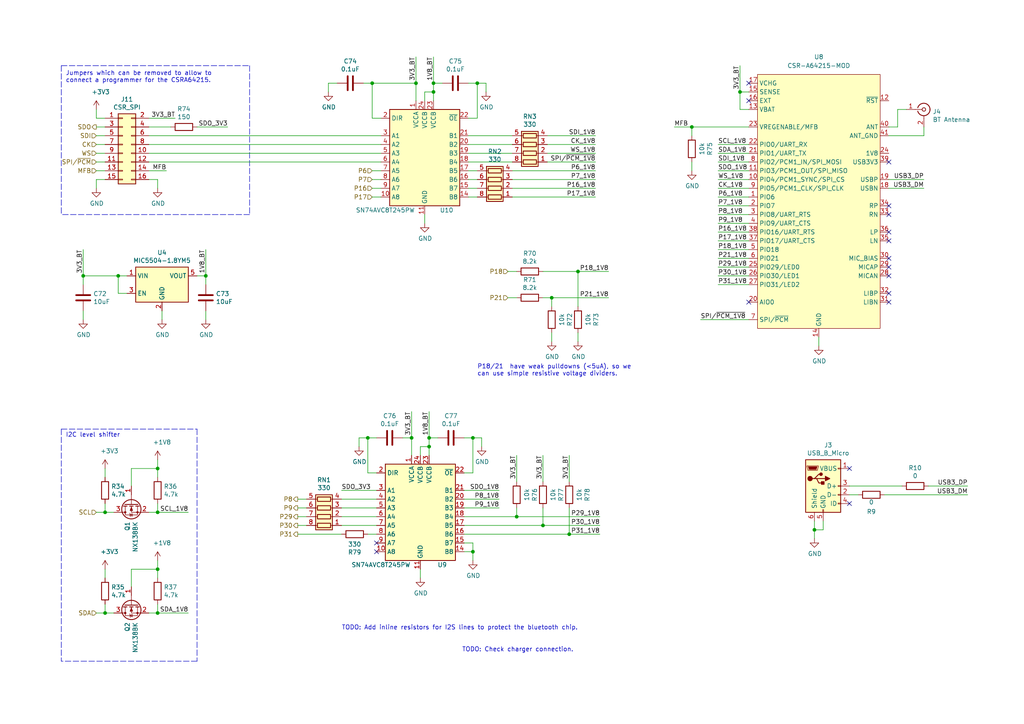
<source format=kicad_sch>
(kicad_sch (version 20201015) (generator eeschema)
  (page 1 7)
  (paper "A4")
  (lib_symbols
    (symbol "Connector:Conn_Coaxial" (pin_names (offset 1.016) hide)
      (property "Reference" "J" (at 0.254 3.048 0))
      (property "Value" "Conn_Coaxial" (at 2.921 0 90))
      (symbol "Conn_Coaxial_0_1"
        (arc (start -1.778 0.508) (end 1.778 0) (radius (at -0.0508 0) (length 1.8034) (angles 163.6 0)) (stroke (width 0.254)))
        (arc (start 1.778 0) (end -1.778 -0.508) (radius (at -0.0254 0) (length 1.8034) (angles 0 -163.8)) (stroke (width 0.254)))
        (circle (center 0 0) (radius 0.508) (stroke (width 0.2032)))
        (polyline (pts (xy -2.54 0) (xy -0.508 0)))
        (polyline (pts (xy 0 -2.54) (xy 0 -1.778)))
      )
      (symbol "Conn_Coaxial_1_1"
        (pin passive line (at -5.08 0 0) (length 2.54) (name "In") (number "1"))
        (pin passive line (at 0 -5.08 90) (length 2.54) (name "Ext") (number "2"))
      )
    )
    (symbol "Connector:USB_B_Micro" (pin_names (offset 1.016))
      (property "Reference" "J" (at -5.08 11.43 0))
      (property "Value" "USB_B_Micro" (at -5.08 8.89 0))
      (symbol "USB_B_Micro_0_1"
        (circle (center -3.81 2.159) (radius 0.635) (stroke (width 0.254)) (fill (type outline)))
        (circle (center -0.635 3.429) (radius 0.381) (stroke (width 0.254)) (fill (type outline)))
        (rectangle (start -5.08 -7.62) (end 5.08 7.62) (stroke (width 0.254)) (fill (type background)))
        (rectangle (start -0.127 -7.62) (end 0.127 -6.858))
        (rectangle (start 0.254 1.27) (end -0.508 0.508) (stroke (width 0.254)) (fill (type outline)))
        (rectangle (start 5.08 -5.207) (end 4.318 -4.953))
        (rectangle (start 5.08 -2.667) (end 4.318 -2.413))
        (rectangle (start 5.08 -0.127) (end 4.318 0.127))
        (rectangle (start 5.08 4.953) (end 4.318 5.207))
        (polyline (pts (xy -1.905 2.159) (xy 0.635 2.159)) (stroke (width 0.254)))
        (polyline (pts (xy -3.175 2.159) (xy -2.54 2.159) (xy -1.27 3.429) (xy -0.635 3.429)) (stroke (width 0.254)))
        (polyline (pts (xy -2.54 2.159) (xy -1.905 2.159) (xy -1.27 0.889) (xy 0 0.889)) (stroke (width 0.254)))
        (polyline (pts (xy 0.635 2.794) (xy 0.635 1.524) (xy 1.905 2.159) (xy 0.635 2.794)) (stroke (width 0.254)) (fill (type outline)))
        (polyline (pts (xy -4.318 5.588) (xy -1.778 5.588) (xy -2.032 4.826) (xy -4.064 4.826) (xy -4.318 5.588)) (fill (type outline)))
        (polyline (pts (xy -4.699 5.842) (xy -4.699 5.588) (xy -4.445 4.826) (xy -4.445 4.572) (xy -1.651 4.572) (xy -1.651 4.826) (xy -1.397 5.588) (xy -1.397 5.842) (xy -4.699 5.842)))
      )
      (symbol "USB_B_Micro_1_1"
        (pin power_out line (at 7.62 5.08 180) (length 2.54) (name "VBUS") (number "1"))
        (pin bidirectional line (at 7.62 -2.54 180) (length 2.54) (name "D-") (number "2"))
        (pin bidirectional line (at 7.62 0 180) (length 2.54) (name "D+") (number "3"))
        (pin passive line (at 7.62 -5.08 180) (length 2.54) (name "ID") (number "4"))
        (pin power_out line (at 0 -10.16 90) (length 2.54) (name "GND") (number "5"))
        (pin passive line (at -2.54 -10.16 90) (length 2.54) (name "Shield") (number "6"))
      )
    )
    (symbol "Connector_Generic:Conn_02x08_Odd_Even" (pin_names (offset 1.016) hide)
      (property "Reference" "J" (at 1.27 10.16 0))
      (property "Value" "Conn_02x08_Odd_Even" (at 1.27 -12.7 0))
      (symbol "Conn_02x08_Odd_Even_1_1"
        (rectangle (start -1.27 -4.953) (end 0 -5.207) (stroke (width 0.1524)))
        (rectangle (start -1.27 -7.493) (end 0 -7.747) (stroke (width 0.1524)))
        (rectangle (start -1.27 -10.033) (end 0 -10.287) (stroke (width 0.1524)))
        (rectangle (start -1.27 -2.413) (end 0 -2.667) (stroke (width 0.1524)))
        (rectangle (start -1.27 2.667) (end 0 2.413) (stroke (width 0.1524)))
        (rectangle (start -1.27 5.207) (end 0 4.953) (stroke (width 0.1524)))
        (rectangle (start -1.27 7.747) (end 0 7.493) (stroke (width 0.1524)))
        (rectangle (start -1.27 8.89) (end 3.81 -11.43) (stroke (width 0.254)) (fill (type background)))
        (rectangle (start -1.27 0.127) (end 0 -0.127) (stroke (width 0.1524)))
        (rectangle (start 3.81 -4.953) (end 2.54 -5.207) (stroke (width 0.1524)))
        (rectangle (start 3.81 -7.493) (end 2.54 -7.747) (stroke (width 0.1524)))
        (rectangle (start 3.81 -10.033) (end 2.54 -10.287) (stroke (width 0.1524)))
        (rectangle (start 3.81 -2.413) (end 2.54 -2.667) (stroke (width 0.1524)))
        (rectangle (start 3.81 2.667) (end 2.54 2.413) (stroke (width 0.1524)))
        (rectangle (start 3.81 5.207) (end 2.54 4.953) (stroke (width 0.1524)))
        (rectangle (start 3.81 7.747) (end 2.54 7.493) (stroke (width 0.1524)))
        (rectangle (start 3.81 0.127) (end 2.54 -0.127) (stroke (width 0.1524)))
        (pin passive line (at -5.08 7.62 0) (length 3.81) (name "Pin_1") (number "1"))
        (pin passive line (at 7.62 -2.54 180) (length 3.81) (name "Pin_10") (number "10"))
        (pin passive line (at -5.08 -5.08 0) (length 3.81) (name "Pin_11") (number "11"))
        (pin passive line (at 7.62 -5.08 180) (length 3.81) (name "Pin_12") (number "12"))
        (pin passive line (at -5.08 -7.62 0) (length 3.81) (name "Pin_13") (number "13"))
        (pin passive line (at 7.62 -7.62 180) (length 3.81) (name "Pin_14") (number "14"))
        (pin passive line (at -5.08 -10.16 0) (length 3.81) (name "Pin_15") (number "15"))
        (pin passive line (at 7.62 -10.16 180) (length 3.81) (name "Pin_16") (number "16"))
        (pin passive line (at 7.62 7.62 180) (length 3.81) (name "Pin_2") (number "2"))
        (pin passive line (at -5.08 5.08 0) (length 3.81) (name "Pin_3") (number "3"))
        (pin passive line (at 7.62 5.08 180) (length 3.81) (name "Pin_4") (number "4"))
        (pin passive line (at -5.08 2.54 0) (length 3.81) (name "Pin_5") (number "5"))
        (pin passive line (at 7.62 2.54 180) (length 3.81) (name "Pin_6") (number "6"))
        (pin passive line (at -5.08 0 0) (length 3.81) (name "Pin_7") (number "7"))
        (pin passive line (at 7.62 0 180) (length 3.81) (name "Pin_8") (number "8"))
        (pin passive line (at -5.08 -2.54 0) (length 3.81) (name "Pin_9") (number "9"))
      )
    )
    (symbol "Device:C" (pin_numbers hide) (pin_names (offset 0.254))
      (property "Reference" "C" (at 0.635 2.54 0))
      (property "Value" "C" (at 0.635 -2.54 0))
      (symbol "C_0_1"
        (polyline (pts (xy -2.032 -0.762) (xy 2.032 -0.762)) (stroke (width 0.508)))
        (polyline (pts (xy -2.032 0.762) (xy 2.032 0.762)) (stroke (width 0.508)))
      )
      (symbol "C_1_1"
        (pin passive line (at 0 3.81 270) (length 2.794) (name "~") (number "1"))
        (pin passive line (at 0 -3.81 90) (length 2.794) (name "~") (number "2"))
      )
    )
    (symbol "Device:R" (pin_numbers hide) (pin_names (offset 0))
      (property "Reference" "R" (at 2.032 0 90))
      (property "Value" "R" (at 0 0 90))
      (symbol "R_0_1"
        (rectangle (start -1.016 -2.54) (end 1.016 2.54) (stroke (width 0.254)))
      )
      (symbol "R_1_1"
        (pin passive line (at 0 3.81 270) (length 1.27) (name "~") (number "1"))
        (pin passive line (at 0 -3.81 90) (length 1.27) (name "~") (number "2"))
      )
    )
    (symbol "Device:R_Pack04" (pin_names (offset 0) hide)
      (property "Reference" "RN" (at -7.62 0 90))
      (property "Value" "R_Pack04" (at 5.08 0 90))
      (symbol "R_Pack04_0_1"
        (rectangle (start -6.35 -2.413) (end 3.81 2.413) (stroke (width 0.254)) (fill (type background)))
        (rectangle (start -5.715 1.905) (end -4.445 -1.905) (stroke (width 0.254)))
        (rectangle (start -3.175 1.905) (end -1.905 -1.905) (stroke (width 0.254)))
        (rectangle (start -0.635 1.905) (end 0.635 -1.905) (stroke (width 0.254)))
        (rectangle (start 1.905 1.905) (end 3.175 -1.905) (stroke (width 0.254)))
        (polyline (pts (xy -5.08 -2.54) (xy -5.08 -1.905)))
        (polyline (pts (xy -5.08 1.905) (xy -5.08 2.54)))
        (polyline (pts (xy -2.54 -2.54) (xy -2.54 -1.905)))
        (polyline (pts (xy -2.54 1.905) (xy -2.54 2.54)))
        (polyline (pts (xy 0 -2.54) (xy 0 -1.905)))
        (polyline (pts (xy 0 1.905) (xy 0 2.54)))
        (polyline (pts (xy 2.54 -2.54) (xy 2.54 -1.905)))
        (polyline (pts (xy 2.54 1.905) (xy 2.54 2.54)))
      )
      (symbol "R_Pack04_1_1"
        (pin passive line (at -5.08 -5.08 90) (length 2.54) (name "R1.1") (number "1"))
        (pin passive line (at -2.54 -5.08 90) (length 2.54) (name "R2.1") (number "2"))
        (pin passive line (at 0 -5.08 90) (length 2.54) (name "R3.1") (number "3"))
        (pin passive line (at 2.54 -5.08 90) (length 2.54) (name "R4.1") (number "4"))
        (pin passive line (at 2.54 5.08 270) (length 2.54) (name "R4.2") (number "5"))
        (pin passive line (at 0 5.08 270) (length 2.54) (name "R3.2") (number "6"))
        (pin passive line (at -2.54 5.08 270) (length 2.54) (name "R2.2") (number "7"))
        (pin passive line (at -5.08 5.08 270) (length 2.54) (name "R1.2") (number "8"))
      )
    )
    (symbol "HackAmp-Symbols:CSR-A64215-MOD"
      (property "Reference" "U" (at -15.24 39.37 0))
      (property "Value" "CSR-A64215-MOD" (at 8.89 39.37 0))
      (symbol "CSR-A64215-MOD_0_1"
        (rectangle (start -17.78 38.1) (end 17.78 -35.56) (fill (type background)))
      )
      (symbol "CSR-A64215-MOD_1_1"
        (pin bidirectional line (at -20.32 2.54 0) (length 2.54) (name "PIO6") (number "1"))
        (pin bidirectional line (at -20.32 0 0) (length 2.54) (name "PIO7") (number "2"))
        (pin bidirectional line (at -20.32 -2.54 0) (length 2.54) (name "PIO8/UART_RTS") (number "3"))
        (pin bidirectional line (at -20.32 -5.08 0) (length 2.54) (name "PIO9/UART_CTS") (number "4"))
        (pin bidirectional line (at -20.32 -12.7 0) (length 2.54) (name "PIO18") (number "5"))
        (pin bidirectional line (at -20.32 -15.24 0) (length 2.54) (name "PIO21") (number "6"))
        (pin input line (at -20.32 -33.02 0) (length 2.54) (name "SPI/~PCM") (number "7"))
        (pin bidirectional line (at -20.32 12.7 0) (length 2.54) (name "PIO2/PCM1_IN/SPI_MOSI") (number "8"))
        (pin bidirectional line (at -20.32 5.08 0) (length 2.54) (name "PIO5/PCM1_CLK/SPI_CLK") (number "9"))
        (pin bidirectional line (at -20.32 7.62 0) (length 2.54) (name "PIO4/PCM1_SYNC/SPI_CS") (number "10"))
        (pin bidirectional line (at -20.32 10.16 0) (length 2.54) (name "PIO3/PCM1_OUT/SPI_MISO") (number "11"))
        (pin input line (at 20.32 30.48 180) (length 2.54) (name "~RST") (number "12"))
        (pin power_in line (at -20.32 27.94 0) (length 2.54) (name "VBAT") (number "13"))
        (pin power_in line (at 0 -38.1 90) (length 2.54) (name "GND") (number "14"))
        (pin bidirectional line (at 20.32 5.08 180) (length 2.54) (name "USBN") (number "18"))
        (pin bidirectional line (at -20.32 22.86 0) (length 2.54) (name "VREGENABLE/MFB") (number "23"))
        (pin power_out line (at 20.32 15.24 180) (length 2.54) (name "1V8") (number "24"))
        (pin output line (at -20.32 -17.78 0) (length 2.54) (name "PIO29/LED0") (number "25"))
        (pin output line (at -20.32 -20.32 0) (length 2.54) (name "PIO30/LED1") (number "26"))
        (pin output line (at -20.32 -22.86 0) (length 2.54) (name "PIO31/LED2") (number "27"))
        (pin bidirectional line (at 20.32 -20.32 180) (length 2.54) (name "MICAN") (number "28"))
        (pin bidirectional line (at 20.32 -17.78 180) (length 2.54) (name "MICAP") (number "29"))
        (pin bidirectional line (at 20.32 -15.24 180) (length 2.54) (name "MIC_BIAS") (number "30"))
        (pin bidirectional line (at 20.32 -27.94 180) (length 2.54) (name "LIBN") (number "31"))
        (pin bidirectional line (at 20.32 -25.4 180) (length 2.54) (name "LIBP") (number "32"))
        (pin bidirectional line (at 20.32 -2.54 180) (length 2.54) (name "RN") (number "33"))
        (pin bidirectional line (at 20.32 0 180) (length 2.54) (name "RP") (number "34"))
        (pin bidirectional line (at 20.32 -10.16 180) (length 2.54) (name "LN") (number "35"))
        (pin bidirectional line (at 20.32 -7.62 180) (length 2.54) (name "LP") (number "36"))
        (pin bidirectional line (at -20.32 -10.16 0) (length 2.54) (name "PIO17/UART_CTS") (number "37"))
        (pin bidirectional line (at -20.32 -7.62 0) (length 2.54) (name "PIO16/UART_RTS") (number "38"))
        (pin power_out line (at 20.32 12.7 180) (length 2.54) (name "USB3V3") (number "39"))
        (pin passive line (at 20.32 22.86 180) (length 2.54) (name "ANT") (number "40"))
        (pin passive line (at 20.32 20.32 180) (length 2.54) (name "ANT_GND") (number "41"))
        (pin power_in line (at -20.32 35.56 0) (length 2.54) (name "VCHG") (number "17"))
        (pin output line (at -20.32 30.48 0) (length 2.54) (name "EXT") (number "16"))
        (pin input line (at -20.32 33.02 0) (length 2.54) (name "SENSE") (number "15"))
        (pin bidirectional line (at 20.32 7.62 180) (length 2.54) (name "USBP") (number "19"))
        (pin power_in line (at -20.32 -27.94 0) (length 2.54) (name "AIO0") (number "20"))
        (pin bidirectional line (at -20.32 15.24 0) (length 2.54) (name "PIO1/UART_TX") (number "21"))
        (pin bidirectional line (at -20.32 17.78 0) (length 2.54) (name "PIO0/UART_RX") (number "22"))
      )
    )
    (symbol "Logic_LevelTranslator:SN74AVC8T245PW"
      (property "Reference" "U" (at -8.89 13.97 0))
      (property "Value" "SN74AVC8T245PW" (at 12.7 13.97 0))
      (symbol "SN74AVC8T245PW_0_1"
        (rectangle (start -10.16 12.7) (end 10.16 -15.24) (stroke (width 0.254)) (fill (type background)))
      )
      (symbol "SN74AVC8T245PW_1_1"
        (pin power_in line (at -2.54 15.24 270) (length 2.54) (name "VCCA") (number "1"))
        (pin bidirectional line (at -12.7 -12.7 0) (length 2.54) (name "A8") (number "10"))
        (pin power_in line (at 0 -17.78 90) (length 2.54) (name "GND") (number "11"))
        (pin passive line (at 0 -17.78 90) (length 2.54) hide (name "GND") (number "12"))
        (pin passive line (at 0 -17.78 90) (length 2.54) hide (name "GND") (number "13"))
        (pin bidirectional line (at 12.7 -12.7 180) (length 2.54) (name "B8") (number "14"))
        (pin bidirectional line (at 12.7 -10.16 180) (length 2.54) (name "B7") (number "15"))
        (pin bidirectional line (at 12.7 -7.62 180) (length 2.54) (name "B6") (number "16"))
        (pin bidirectional line (at 12.7 -5.08 180) (length 2.54) (name "B5") (number "17"))
        (pin bidirectional line (at 12.7 -2.54 180) (length 2.54) (name "B4") (number "18"))
        (pin bidirectional line (at 12.7 0 180) (length 2.54) (name "B3") (number "19"))
        (pin input line (at -12.7 10.16 0) (length 2.54) (name "DIR") (number "2"))
        (pin bidirectional line (at 12.7 2.54 180) (length 2.54) (name "B2") (number "20"))
        (pin bidirectional line (at 12.7 5.08 180) (length 2.54) (name "B1") (number "21"))
        (pin input line (at 12.7 10.16 180) (length 2.54) (name "~OE") (number "22"))
        (pin power_in line (at 2.54 15.24 270) (length 2.54) (name "VCCB") (number "23"))
        (pin power_in line (at 0 15.24 270) (length 2.54) (name "VCCB") (number "24"))
        (pin bidirectional line (at -12.7 5.08 0) (length 2.54) (name "A1") (number "3"))
        (pin bidirectional line (at -12.7 2.54 0) (length 2.54) (name "A2") (number "4"))
        (pin bidirectional line (at -12.7 0 0) (length 2.54) (name "A3") (number "5"))
        (pin bidirectional line (at -12.7 -2.54 0) (length 2.54) (name "A4") (number "6"))
        (pin bidirectional line (at -12.7 -5.08 0) (length 2.54) (name "A5") (number "7"))
        (pin bidirectional line (at -12.7 -7.62 0) (length 2.54) (name "A6") (number "8"))
        (pin bidirectional line (at -12.7 -10.16 0) (length 2.54) (name "A7") (number "9"))
      )
    )
    (symbol "Regulator_Linear:MIC5504-1.8YM5"
      (property "Reference" "U" (at -7.62 8.89 0))
      (property "Value" "MIC5504-1.8YM5" (at -7.62 6.35 0))
      (symbol "MIC5504-1.8YM5_0_1"
        (rectangle (start -7.62 -5.08) (end 7.62 5.08) (stroke (width 0.254)) (fill (type background)))
      )
      (symbol "MIC5504-1.8YM5_1_1"
        (pin power_in line (at -10.16 2.54 0) (length 2.54) (name "VIN") (number "1"))
        (pin power_in line (at 0 -7.62 90) (length 2.54) (name "GND") (number "2"))
        (pin input line (at -10.16 -2.54 0) (length 2.54) (name "EN") (number "3"))
        (pin unconnected line (at 7.62 -2.54 180) (length 2.54) hide (name "NC") (number "4"))
        (pin power_out line (at 10.16 2.54 180) (length 2.54) (name "VOUT") (number "5"))
      )
    )
    (symbol "Transistor_FET:BSS138" (pin_names hide)
      (property "Reference" "Q" (at 5.08 1.905 0))
      (property "Value" "BSS138" (at 5.08 0 0))
      (symbol "BSS138_0_1"
        (circle (center 1.651 0) (radius 2.794) (stroke (width 0.254)))
        (circle (center 2.54 -1.778) (radius 0.254) (fill (type outline)))
        (circle (center 2.54 1.778) (radius 0.254) (fill (type outline)))
        (polyline (pts (xy 0.254 0) (xy -2.54 0)))
        (polyline (pts (xy 0.254 1.905) (xy 0.254 -1.905)) (stroke (width 0.254)))
        (polyline (pts (xy 0.762 -1.27) (xy 0.762 -2.286)) (stroke (width 0.254)))
        (polyline (pts (xy 0.762 0.508) (xy 0.762 -0.508)) (stroke (width 0.254)))
        (polyline (pts (xy 0.762 2.286) (xy 0.762 1.27)) (stroke (width 0.254)))
        (polyline (pts (xy 2.54 2.54) (xy 2.54 1.778)))
        (polyline (pts (xy 2.54 -2.54) (xy 2.54 0) (xy 0.762 0)))
        (polyline (pts (xy 0.762 -1.778) (xy 3.302 -1.778) (xy 3.302 1.778) (xy 0.762 1.778)))
        (polyline (pts (xy 1.016 0) (xy 2.032 0.381) (xy 2.032 -0.381) (xy 1.016 0)) (fill (type outline)))
        (polyline (pts (xy 2.794 0.508) (xy 2.921 0.381) (xy 3.683 0.381) (xy 3.81 0.254)))
        (polyline (pts (xy 3.302 0.381) (xy 2.921 -0.254) (xy 3.683 -0.254) (xy 3.302 0.381)))
      )
      (symbol "BSS138_1_1"
        (pin input line (at -5.08 0 0) (length 2.54) (name "G") (number "1"))
        (pin passive line (at 2.54 -5.08 90) (length 2.54) (name "S") (number "2"))
        (pin passive line (at 2.54 5.08 270) (length 2.54) (name "D") (number "3"))
      )
    )
    (symbol "power:+1V8" (power) (pin_names (offset 0))
      (property "Value" "+1V8" (at 0 3.556 0))
      (symbol "+1V8_0_1"
        (polyline (pts (xy -0.762 1.27) (xy 0 2.54)))
        (polyline (pts (xy 0 0) (xy 0 2.54)))
        (polyline (pts (xy 0 2.54) (xy 0.762 1.27)))
      )
      (symbol "+1V8_1_1"
        (pin power_in line (at 0 0 90) (length 0) hide (name "+1V8") (number "1"))
      )
    )
    (symbol "power:+3V3" (power) (pin_names (offset 0))
      (property "Value" "+3V3" (at 0 3.556 0))
      (symbol "+3V3_0_1"
        (polyline (pts (xy -0.762 1.27) (xy 0 2.54)))
        (polyline (pts (xy 0 0) (xy 0 2.54)))
        (polyline (pts (xy 0 2.54) (xy 0.762 1.27)))
      )
      (symbol "+3V3_1_1"
        (pin power_in line (at 0 0 90) (length 0) hide (name "+3V3") (number "1"))
      )
    )
    (symbol "power:GND" (power) (pin_names (offset 0))
      (property "Value" "GND" (at 0 -3.81 0))
      (symbol "GND_0_1"
        (polyline (pts (xy 0 0) (xy 0 -1.27) (xy 1.27 -1.27) (xy 0 -2.54) (xy -1.27 -1.27) (xy 0 -1.27)))
      )
      (symbol "GND_1_1"
        (pin power_in line (at 0 0 270) (length 0) hide (name "GND") (number "1"))
      )
    )
  )
  (junction (at 24.13 80.01) (diameter 0.9144))
  (junction (at 30.48 148.59) (diameter 0.9144))
  (junction (at 30.48 177.8) (diameter 0.9144))
  (junction (at 34.29 80.01) (diameter 0.9144))
  (junction (at 45.72 135.89) (diameter 0.9144))
  (junction (at 45.72 148.59) (diameter 0.9144))
  (junction (at 45.72 165.1) (diameter 0.9144))
  (junction (at 45.72 177.8) (diameter 0.9144))
  (junction (at 59.69 80.01) (diameter 0.9144))
  (junction (at 106.68 127) (diameter 0.9144))
  (junction (at 107.95 24.13) (diameter 0.9144))
  (junction (at 119.38 127) (diameter 0.9144))
  (junction (at 120.65 24.13) (diameter 0.9144))
  (junction (at 124.46 127) (diameter 0.9144))
  (junction (at 124.46 129.54) (diameter 0.9144))
  (junction (at 125.73 24.13) (diameter 0.9144))
  (junction (at 125.73 26.67) (diameter 0.9144))
  (junction (at 137.16 127) (diameter 0.9144))
  (junction (at 137.16 160.02) (diameter 0.9144))
  (junction (at 138.43 24.13) (diameter 0.9144))
  (junction (at 149.86 149.86) (diameter 0.9144))
  (junction (at 157.48 152.4) (diameter 0.9144))
  (junction (at 160.02 86.36) (diameter 0.9144))
  (junction (at 165.1 154.94) (diameter 0.9144))
  (junction (at 167.64 78.74) (diameter 0.9144))
  (junction (at 200.66 36.83) (diameter 0.9144))
  (junction (at 214.63 26.67) (diameter 0.9144))
  (junction (at 236.22 153.67) (diameter 0.9144))
  (no_connect (at 257.81 74.93))
  (no_connect (at 257.81 69.85))
  (no_connect (at 257.81 62.23))
  (no_connect (at 217.17 24.13))
  (no_connect (at 257.81 80.01))
  (no_connect (at 257.81 87.63))
  (no_connect (at 217.17 29.21))
  (no_connect (at 109.22 157.48))
  (no_connect (at 109.22 160.02))
  (no_connect (at 257.81 67.31))
  (no_connect (at 257.81 85.09))
  (no_connect (at 257.81 77.47))
  (no_connect (at 246.38 146.05))
  (no_connect (at 217.17 87.63))
  (no_connect (at 257.81 59.69))
  (no_connect (at 257.81 46.99))
  (no_connect (at 246.38 135.89))
  (wire (pts (xy 24.13 72.39) (xy 24.13 80.01)))
  (wire (pts (xy 24.13 80.01) (xy 24.13 82.55)))
  (wire (pts (xy 24.13 90.17) (xy 24.13 92.71)))
  (wire (pts (xy 27.94 34.29) (xy 27.94 31.75)))
  (wire (pts (xy 27.94 36.83) (xy 30.48 36.83)))
  (wire (pts (xy 27.94 39.37) (xy 30.48 39.37)))
  (wire (pts (xy 27.94 41.91) (xy 30.48 41.91)))
  (wire (pts (xy 27.94 44.45) (xy 30.48 44.45)))
  (wire (pts (xy 27.94 46.99) (xy 30.48 46.99)))
  (wire (pts (xy 27.94 49.53) (xy 30.48 49.53)))
  (wire (pts (xy 27.94 52.07) (xy 27.94 54.61)))
  (wire (pts (xy 27.94 148.59) (xy 30.48 148.59)))
  (wire (pts (xy 27.94 177.8) (xy 30.48 177.8)))
  (wire (pts (xy 30.48 34.29) (xy 27.94 34.29)))
  (wire (pts (xy 30.48 52.07) (xy 27.94 52.07)))
  (wire (pts (xy 30.48 135.89) (xy 30.48 138.43)))
  (wire (pts (xy 30.48 146.05) (xy 30.48 148.59)))
  (wire (pts (xy 30.48 148.59) (xy 33.02 148.59)))
  (wire (pts (xy 30.48 165.1) (xy 30.48 167.64)))
  (wire (pts (xy 30.48 175.26) (xy 30.48 177.8)))
  (wire (pts (xy 30.48 177.8) (xy 33.02 177.8)))
  (wire (pts (xy 34.29 80.01) (xy 24.13 80.01)))
  (wire (pts (xy 34.29 80.01) (xy 36.83 80.01)))
  (wire (pts (xy 34.29 85.09) (xy 34.29 80.01)))
  (wire (pts (xy 36.83 85.09) (xy 34.29 85.09)))
  (wire (pts (xy 38.1 135.89) (xy 38.1 140.97)))
  (wire (pts (xy 38.1 165.1) (xy 38.1 170.18)))
  (wire (pts (xy 43.18 34.29) (xy 50.8 34.29)))
  (wire (pts (xy 43.18 36.83) (xy 49.53 36.83)))
  (wire (pts (xy 43.18 39.37) (xy 110.49 39.37)))
  (wire (pts (xy 43.18 41.91) (xy 110.49 41.91)))
  (wire (pts (xy 43.18 44.45) (xy 110.49 44.45)))
  (wire (pts (xy 43.18 46.99) (xy 110.49 46.99)))
  (wire (pts (xy 43.18 49.53) (xy 48.26 49.53)))
  (wire (pts (xy 43.18 52.07) (xy 45.72 52.07)))
  (wire (pts (xy 45.72 52.07) (xy 45.72 54.61)))
  (wire (pts (xy 45.72 133.35) (xy 45.72 135.89)))
  (wire (pts (xy 45.72 135.89) (xy 38.1 135.89)))
  (wire (pts (xy 45.72 135.89) (xy 45.72 138.43)))
  (wire (pts (xy 45.72 146.05) (xy 45.72 148.59)))
  (wire (pts (xy 45.72 148.59) (xy 43.18 148.59)))
  (wire (pts (xy 45.72 148.59) (xy 54.61 148.59)))
  (wire (pts (xy 45.72 162.56) (xy 45.72 165.1)))
  (wire (pts (xy 45.72 165.1) (xy 38.1 165.1)))
  (wire (pts (xy 45.72 165.1) (xy 45.72 167.64)))
  (wire (pts (xy 45.72 175.26) (xy 45.72 177.8)))
  (wire (pts (xy 45.72 177.8) (xy 43.18 177.8)))
  (wire (pts (xy 45.72 177.8) (xy 54.61 177.8)))
  (wire (pts (xy 46.99 90.17) (xy 46.99 92.71)))
  (wire (pts (xy 57.15 36.83) (xy 66.04 36.83)))
  (wire (pts (xy 57.15 80.01) (xy 59.69 80.01)))
  (wire (pts (xy 59.69 72.39) (xy 59.69 80.01)))
  (wire (pts (xy 59.69 80.01) (xy 59.69 82.55)))
  (wire (pts (xy 59.69 90.17) (xy 59.69 92.71)))
  (wire (pts (xy 86.36 144.78) (xy 88.9 144.78)))
  (wire (pts (xy 86.36 147.32) (xy 88.9 147.32)))
  (wire (pts (xy 86.36 149.86) (xy 88.9 149.86)))
  (wire (pts (xy 86.36 152.4) (xy 88.9 152.4)))
  (wire (pts (xy 86.36 154.94) (xy 99.06 154.94)))
  (wire (pts (xy 95.25 24.13) (xy 95.25 26.67)))
  (wire (pts (xy 97.79 24.13) (xy 95.25 24.13)))
  (wire (pts (xy 99.06 142.24) (xy 109.22 142.24)))
  (wire (pts (xy 99.06 144.78) (xy 109.22 144.78)))
  (wire (pts (xy 99.06 147.32) (xy 109.22 147.32)))
  (wire (pts (xy 99.06 149.86) (xy 109.22 149.86)))
  (wire (pts (xy 99.06 152.4) (xy 109.22 152.4)))
  (wire (pts (xy 104.14 127) (xy 104.14 129.54)))
  (wire (pts (xy 105.41 24.13) (xy 107.95 24.13)))
  (wire (pts (xy 106.68 127) (xy 104.14 127)))
  (wire (pts (xy 106.68 137.16) (xy 106.68 127)))
  (wire (pts (xy 106.68 154.94) (xy 109.22 154.94)))
  (wire (pts (xy 107.95 24.13) (xy 120.65 24.13)))
  (wire (pts (xy 107.95 34.29) (xy 107.95 24.13)))
  (wire (pts (xy 107.95 49.53) (xy 110.49 49.53)))
  (wire (pts (xy 107.95 52.07) (xy 110.49 52.07)))
  (wire (pts (xy 107.95 54.61) (xy 110.49 54.61)))
  (wire (pts (xy 107.95 57.15) (xy 110.49 57.15)))
  (wire (pts (xy 109.22 127) (xy 106.68 127)))
  (wire (pts (xy 109.22 137.16) (xy 106.68 137.16)))
  (wire (pts (xy 110.49 34.29) (xy 107.95 34.29)))
  (wire (pts (xy 116.84 127) (xy 119.38 127)))
  (wire (pts (xy 119.38 119.38) (xy 119.38 127)))
  (wire (pts (xy 119.38 127) (xy 119.38 132.08)))
  (wire (pts (xy 120.65 16.51) (xy 120.65 24.13)))
  (wire (pts (xy 120.65 24.13) (xy 120.65 29.21)))
  (wire (pts (xy 121.92 129.54) (xy 124.46 129.54)))
  (wire (pts (xy 121.92 132.08) (xy 121.92 129.54)))
  (wire (pts (xy 121.92 165.1) (xy 121.92 167.64)))
  (wire (pts (xy 123.19 26.67) (xy 125.73 26.67)))
  (wire (pts (xy 123.19 29.21) (xy 123.19 26.67)))
  (wire (pts (xy 123.19 62.23) (xy 123.19 64.77)))
  (wire (pts (xy 124.46 119.38) (xy 124.46 127)))
  (wire (pts (xy 124.46 127) (xy 124.46 129.54)))
  (wire (pts (xy 124.46 127) (xy 127 127)))
  (wire (pts (xy 124.46 129.54) (xy 124.46 132.08)))
  (wire (pts (xy 125.73 16.51) (xy 125.73 24.13)))
  (wire (pts (xy 125.73 24.13) (xy 125.73 26.67)))
  (wire (pts (xy 125.73 24.13) (xy 128.27 24.13)))
  (wire (pts (xy 125.73 26.67) (xy 125.73 29.21)))
  (wire (pts (xy 134.62 127) (xy 137.16 127)))
  (wire (pts (xy 134.62 137.16) (xy 137.16 137.16)))
  (wire (pts (xy 134.62 142.24) (xy 144.78 142.24)))
  (wire (pts (xy 134.62 144.78) (xy 144.78 144.78)))
  (wire (pts (xy 134.62 147.32) (xy 144.78 147.32)))
  (wire (pts (xy 134.62 149.86) (xy 149.86 149.86)))
  (wire (pts (xy 134.62 152.4) (xy 157.48 152.4)))
  (wire (pts (xy 134.62 154.94) (xy 165.1 154.94)))
  (wire (pts (xy 134.62 157.48) (xy 137.16 157.48)))
  (wire (pts (xy 134.62 160.02) (xy 137.16 160.02)))
  (wire (pts (xy 135.89 24.13) (xy 138.43 24.13)))
  (wire (pts (xy 135.89 34.29) (xy 138.43 34.29)))
  (wire (pts (xy 135.89 39.37) (xy 148.59 39.37)))
  (wire (pts (xy 135.89 41.91) (xy 148.59 41.91)))
  (wire (pts (xy 135.89 44.45) (xy 148.59 44.45)))
  (wire (pts (xy 135.89 46.99) (xy 148.59 46.99)))
  (wire (pts (xy 135.89 49.53) (xy 138.43 49.53)))
  (wire (pts (xy 135.89 52.07) (xy 138.43 52.07)))
  (wire (pts (xy 135.89 54.61) (xy 138.43 54.61)))
  (wire (pts (xy 135.89 57.15) (xy 138.43 57.15)))
  (wire (pts (xy 137.16 127) (xy 139.7 127)))
  (wire (pts (xy 137.16 137.16) (xy 137.16 127)))
  (wire (pts (xy 137.16 157.48) (xy 137.16 160.02)))
  (wire (pts (xy 137.16 160.02) (xy 137.16 162.56)))
  (wire (pts (xy 138.43 24.13) (xy 140.97 24.13)))
  (wire (pts (xy 138.43 34.29) (xy 138.43 24.13)))
  (wire (pts (xy 139.7 127) (xy 139.7 129.54)))
  (wire (pts (xy 140.97 24.13) (xy 140.97 26.67)))
  (wire (pts (xy 147.32 78.74) (xy 149.86 78.74)))
  (wire (pts (xy 147.32 86.36) (xy 149.86 86.36)))
  (wire (pts (xy 148.59 49.53) (xy 172.72 49.53)))
  (wire (pts (xy 148.59 52.07) (xy 172.72 52.07)))
  (wire (pts (xy 148.59 54.61) (xy 172.72 54.61)))
  (wire (pts (xy 148.59 57.15) (xy 172.72 57.15)))
  (wire (pts (xy 149.86 132.08) (xy 149.86 139.7)))
  (wire (pts (xy 149.86 149.86) (xy 149.86 147.32)))
  (wire (pts (xy 149.86 149.86) (xy 173.99 149.86)))
  (wire (pts (xy 157.48 78.74) (xy 167.64 78.74)))
  (wire (pts (xy 157.48 86.36) (xy 160.02 86.36)))
  (wire (pts (xy 157.48 132.08) (xy 157.48 139.7)))
  (wire (pts (xy 157.48 152.4) (xy 157.48 147.32)))
  (wire (pts (xy 157.48 152.4) (xy 173.99 152.4)))
  (wire (pts (xy 158.75 39.37) (xy 172.72 39.37)))
  (wire (pts (xy 158.75 41.91) (xy 172.72 41.91)))
  (wire (pts (xy 158.75 44.45) (xy 172.72 44.45)))
  (wire (pts (xy 158.75 46.99) (xy 172.72 46.99)))
  (wire (pts (xy 160.02 86.36) (xy 160.02 88.9)))
  (wire (pts (xy 160.02 86.36) (xy 176.53 86.36)))
  (wire (pts (xy 160.02 96.52) (xy 160.02 99.06)))
  (wire (pts (xy 165.1 132.08) (xy 165.1 139.7)))
  (wire (pts (xy 165.1 154.94) (xy 165.1 147.32)))
  (wire (pts (xy 165.1 154.94) (xy 173.99 154.94)))
  (wire (pts (xy 167.64 78.74) (xy 167.64 88.9)))
  (wire (pts (xy 167.64 78.74) (xy 176.53 78.74)))
  (wire (pts (xy 167.64 96.52) (xy 167.64 99.06)))
  (wire (pts (xy 195.58 36.83) (xy 200.66 36.83)))
  (wire (pts (xy 200.66 36.83) (xy 200.66 39.37)))
  (wire (pts (xy 200.66 46.99) (xy 200.66 49.53)))
  (wire (pts (xy 203.2 92.71) (xy 217.17 92.71)))
  (wire (pts (xy 208.28 41.91) (xy 217.17 41.91)))
  (wire (pts (xy 208.28 44.45) (xy 217.17 44.45)))
  (wire (pts (xy 208.28 46.99) (xy 217.17 46.99)))
  (wire (pts (xy 208.28 49.53) (xy 217.17 49.53)))
  (wire (pts (xy 208.28 52.07) (xy 217.17 52.07)))
  (wire (pts (xy 208.28 54.61) (xy 217.17 54.61)))
  (wire (pts (xy 208.28 57.15) (xy 217.17 57.15)))
  (wire (pts (xy 208.28 59.69) (xy 217.17 59.69)))
  (wire (pts (xy 208.28 62.23) (xy 217.17 62.23)))
  (wire (pts (xy 208.28 64.77) (xy 217.17 64.77)))
  (wire (pts (xy 208.28 67.31) (xy 217.17 67.31)))
  (wire (pts (xy 208.28 69.85) (xy 217.17 69.85)))
  (wire (pts (xy 208.28 72.39) (xy 217.17 72.39)))
  (wire (pts (xy 208.28 74.93) (xy 217.17 74.93)))
  (wire (pts (xy 208.28 77.47) (xy 217.17 77.47)))
  (wire (pts (xy 208.28 80.01) (xy 217.17 80.01)))
  (wire (pts (xy 208.28 82.55) (xy 217.17 82.55)))
  (wire (pts (xy 214.63 19.05) (xy 214.63 26.67)))
  (wire (pts (xy 214.63 26.67) (xy 214.63 31.75)))
  (wire (pts (xy 214.63 26.67) (xy 217.17 26.67)))
  (wire (pts (xy 214.63 31.75) (xy 217.17 31.75)))
  (wire (pts (xy 217.17 36.83) (xy 200.66 36.83)))
  (wire (pts (xy 236.22 151.13) (xy 236.22 153.67)))
  (wire (pts (xy 236.22 153.67) (xy 236.22 156.21)))
  (wire (pts (xy 237.49 97.79) (xy 237.49 100.33)))
  (wire (pts (xy 238.76 151.13) (xy 238.76 153.67)))
  (wire (pts (xy 238.76 153.67) (xy 236.22 153.67)))
  (wire (pts (xy 246.38 143.51) (xy 248.92 143.51)))
  (wire (pts (xy 256.54 143.51) (xy 280.67 143.51)))
  (wire (pts (xy 257.81 36.83) (xy 260.35 36.83)))
  (wire (pts (xy 257.81 52.07) (xy 267.97 52.07)))
  (wire (pts (xy 257.81 54.61) (xy 267.97 54.61)))
  (wire (pts (xy 260.35 31.75) (xy 262.89 31.75)))
  (wire (pts (xy 260.35 36.83) (xy 260.35 31.75)))
  (wire (pts (xy 261.62 140.97) (xy 246.38 140.97)))
  (wire (pts (xy 267.97 36.83) (xy 267.97 39.37)))
  (wire (pts (xy 267.97 39.37) (xy 257.81 39.37)))
  (wire (pts (xy 269.24 140.97) (xy 280.67 140.97)))
  (polyline (pts (xy 17.78 19.05) (xy 17.78 62.23)) (stroke (width 0) (type dash)))
  (polyline (pts (xy 17.78 19.05) (xy 72.39 19.05)) (stroke (width 0) (type dash)))
  (polyline (pts (xy 17.78 124.46) (xy 17.78 191.77)) (stroke (width 0) (type dash)))
  (polyline (pts (xy 17.78 124.46) (xy 57.15 124.46)) (stroke (width 0) (type dash)))
  (polyline (pts (xy 57.15 124.46) (xy 57.15 191.77)) (stroke (width 0) (type dash)))
  (polyline (pts (xy 57.15 191.77) (xy 17.78 191.77)) (stroke (width 0) (type dash)))
  (polyline (pts (xy 72.39 19.05) (xy 72.39 62.23)) (stroke (width 0) (type dash)))
  (polyline (pts (xy 72.39 62.23) (xy 17.78 62.23)) (stroke (width 0) (type dash)))
  (text "Jumpers which can be removed to allow to\nconnect a programmer for the CSRA64215." (at 19.05 24.13 0) (effects (font (size 1.27 1.27)) (justify left bottom)))
  (text "I2C level shifter" (at 19.05 127 0) (effects (font (size 1.27 1.27)) (justify left bottom)))
  (text "P18/21  have weak pulldowns (<5uA), so we\ncan use simple resistive voltage dividers." (at 138.43 109.22 0) (effects (font (size 1.27 1.27)) (justify left bottom)))
  (text "TODO: Check charger connection." (at 166.37 189.23 180) (effects (font (size 1.27 1.27)) (justify right bottom)))
  (text "TODO: Add inline resistors for I2S lines to protect the bluetooth chip." (at 167.64 182.88 0) (effects (font (size 1.27 1.27)) (justify right bottom)))
  (label "3V3_BT" (at 24.13 72.39 270))
  (label "MFB" (at 48.26 49.53 180))
  (label "3V3_BT" (at 50.8 34.29 180))
  (label "SCL_1V8" (at 54.61 148.59 180))
  (label "SDA_1V8" (at 54.61 177.8 180))
  (label "1V8_BT" (at 59.69 72.39 270))
  (label "SDO_3V3" (at 66.04 36.83 180))
  (label "SDO_3V3" (at 99.06 142.24 0))
  (label "3V3_BT" (at 119.38 119.38 270))
  (label "3V3_BT" (at 120.65 16.51 270))
  (label "1V8_BT" (at 124.46 119.38 270))
  (label "1V8_BT" (at 125.73 16.51 270))
  (label "SDO_1V8" (at 144.78 142.24 180))
  (label "P8_1V8" (at 144.78 144.78 180))
  (label "P9_1V8" (at 144.78 147.32 180))
  (label "3V3_BT" (at 149.86 132.08 270))
  (label "3V3_BT" (at 157.48 132.08 270))
  (label "3V3_BT" (at 165.1 132.08 270))
  (label "SDI_1V8" (at 172.72 39.37 180))
  (label "CK_1V8" (at 172.72 41.91 180))
  (label "WS_1V8" (at 172.72 44.45 180))
  (label "SPI{slash}~PCM_1V8" (at 172.72 46.99 180))
  (label "P6_1V8" (at 172.72 49.53 180))
  (label "P7_1V8" (at 172.72 52.07 180))
  (label "P16_1V8" (at 172.72 54.61 180))
  (label "P17_1V8" (at 172.72 57.15 180))
  (label "P29_1V8" (at 173.99 149.86 180))
  (label "P30_1V8" (at 173.99 152.4 180))
  (label "P31_1V8" (at 173.99 154.94 180))
  (label "P18_1V8" (at 176.53 78.74 180))
  (label "P21_1V8" (at 176.53 86.36 180))
  (label "MFB" (at 195.58 36.83 0))
  (label "SPI{slash}~PCM_1V8" (at 203.2 92.71 0))
  (label "SCL_1V8" (at 208.28 41.91 0))
  (label "SDA_1V8" (at 208.28 44.45 0))
  (label "SDI_1V8" (at 208.28 46.99 0))
  (label "SDO_1V8" (at 208.28 49.53 0))
  (label "WS_1V8" (at 208.28 52.07 0))
  (label "CK_1V8" (at 208.28 54.61 0))
  (label "P6_1V8" (at 208.28 57.15 0))
  (label "P7_1V8" (at 208.28 59.69 0))
  (label "P8_1V8" (at 208.28 62.23 0))
  (label "P9_1V8" (at 208.28 64.77 0))
  (label "P16_1V8" (at 208.28 67.31 0))
  (label "P17_1V8" (at 208.28 69.85 0))
  (label "P18_1V8" (at 208.28 72.39 0))
  (label "P21_1V8" (at 208.28 74.93 0))
  (label "P29_1V8" (at 208.28 77.47 0))
  (label "P30_1V8" (at 208.28 80.01 0))
  (label "P31_1V8" (at 208.28 82.55 0))
  (label "3V3_BT" (at 214.63 19.05 270))
  (label "USB3_DP" (at 267.97 52.07 180))
  (label "USB3_DM" (at 267.97 54.61 180))
  (label "USB3_DP" (at 280.67 140.97 180))
  (label "USB3_DM" (at 280.67 143.51 180))
  (hierarchical_label "SDO" (shape output) (at 27.94 36.83 180))
  (hierarchical_label "SDI" (shape input) (at 27.94 39.37 180))
  (hierarchical_label "CK" (shape input) (at 27.94 41.91 180))
  (hierarchical_label "WS" (shape input) (at 27.94 44.45 180))
  (hierarchical_label "SPI{slash}~PCM" (shape input) (at 27.94 46.99 180))
  (hierarchical_label "MFB" (shape input) (at 27.94 49.53 180))
  (hierarchical_label "SCL" (shape input) (at 27.94 148.59 180))
  (hierarchical_label "SDA" (shape input) (at 27.94 177.8 180))
  (hierarchical_label "P8" (shape output) (at 86.36 144.78 180))
  (hierarchical_label "P9" (shape output) (at 86.36 147.32 180))
  (hierarchical_label "P29" (shape output) (at 86.36 149.86 180))
  (hierarchical_label "P30" (shape output) (at 86.36 152.4 180))
  (hierarchical_label "P31" (shape output) (at 86.36 154.94 180))
  (hierarchical_label "P6" (shape input) (at 107.95 49.53 180))
  (hierarchical_label "P7" (shape input) (at 107.95 52.07 180))
  (hierarchical_label "P16" (shape input) (at 107.95 54.61 180))
  (hierarchical_label "P17" (shape input) (at 107.95 57.15 180))
  (hierarchical_label "P18" (shape input) (at 147.32 78.74 180))
  (hierarchical_label "P21" (shape input) (at 147.32 86.36 180))
  (symbol (lib_id "power:+3V3") (at 27.94 31.75 0) (unit 1)
    (property "Reference" "#PWR0220" (effects hide))
    (property "Value" "+3V3" (at 29.21 26.67 0))
  )
  (symbol (lib_id "power:+3V3") (at 30.48 135.89 0) (unit 1)
    (property "Reference" "#PWR0175" (effects hide))
    (property "Value" "+3V3" (at 31.75 130.81 0))
  )
  (symbol (lib_id "power:+3V3") (at 30.48 165.1 0) (unit 1)
    (property "Reference" "#PWR0176" (effects hide))
    (property "Value" "+3V3" (at 31.75 160.02 0))
  )
  (symbol (lib_id "power:+1V8") (at 45.72 133.35 0) (unit 1)
    (property "Reference" "#PWR0174" (effects hide))
    (property "Value" "+1V8" (at 46.99 128.27 0))
  )
  (symbol (lib_id "power:+1V8") (at 45.72 162.56 0) (unit 1)
    (property "Reference" "#PWR0177" (effects hide))
    (property "Value" "+1V8" (at 46.99 157.48 0))
  )
  (symbol (lib_id "power:GND") (at 24.13 92.71 0) (unit 1)
    (property "Reference" "#PWR0218" (effects hide))
    (property "Value" "GND" (at 24.257 97.1042 0))
  )
  (symbol (lib_id "power:GND") (at 27.94 54.61 0) (unit 1)
    (property "Reference" "#PWR0221" (effects hide))
    (property "Value" "GND" (at 28.067 59.0042 0))
  )
  (symbol (lib_id "power:GND") (at 45.72 54.61 0) (unit 1)
    (property "Reference" "#PWR0222" (effects hide))
    (property "Value" "GND" (at 45.847 59.0042 0))
  )
  (symbol (lib_id "power:GND") (at 46.99 92.71 0) (unit 1)
    (property "Reference" "#PWR0217" (effects hide))
    (property "Value" "GND" (at 47.117 97.1042 0))
  )
  (symbol (lib_id "power:GND") (at 59.69 92.71 0) (unit 1)
    (property "Reference" "#PWR0216" (effects hide))
    (property "Value" "GND" (at 59.817 97.1042 0))
  )
  (symbol (lib_id "power:GND") (at 95.25 26.67 0) (unit 1)
    (property "Reference" "#PWR0224" (effects hide))
    (property "Value" "GND" (at 95.377 31.0642 0))
  )
  (symbol (lib_id "power:GND") (at 104.14 129.54 0) (unit 1)
    (property "Reference" "#PWR0227" (effects hide))
    (property "Value" "GND" (at 104.267 133.9342 0))
  )
  (symbol (lib_id "power:GND") (at 121.92 167.64 0) (unit 1)
    (property "Reference" "#PWR0228" (effects hide))
    (property "Value" "GND" (at 122.047 172.0342 0))
  )
  (symbol (lib_id "power:GND") (at 123.19 64.77 0) (unit 1)
    (property "Reference" "#PWR0161" (effects hide))
    (property "Value" "GND" (at 123.317 69.1642 0))
  )
  (symbol (lib_id "power:GND") (at 137.16 162.56 0) (unit 1)
    (property "Reference" "#PWR0229" (effects hide))
    (property "Value" "GND" (at 137.287 166.9542 0))
  )
  (symbol (lib_id "power:GND") (at 139.7 129.54 0) (unit 1)
    (property "Reference" "#PWR0226" (effects hide))
    (property "Value" "GND" (at 139.827 133.9342 0))
  )
  (symbol (lib_id "power:GND") (at 140.97 26.67 0) (unit 1)
    (property "Reference" "#PWR0223" (effects hide))
    (property "Value" "GND" (at 141.097 31.0642 0))
  )
  (symbol (lib_id "power:GND") (at 160.02 99.06 0) (unit 1)
    (property "Reference" "#PWR0160" (effects hide))
    (property "Value" "GND" (at 160.147 103.4542 0))
  )
  (symbol (lib_id "power:GND") (at 167.64 99.06 0) (unit 1)
    (property "Reference" "#PWR0219" (effects hide))
    (property "Value" "GND" (at 167.767 103.4542 0))
  )
  (symbol (lib_id "power:GND") (at 200.66 49.53 0) (unit 1)
    (property "Reference" "#PWR0225" (effects hide))
    (property "Value" "GND" (at 200.787 53.9242 0))
  )
  (symbol (lib_id "power:GND") (at 236.22 156.21 0) (unit 1)
    (property "Reference" "#PWR0107" (effects hide))
    (property "Value" "GND" (at 236.347 160.6042 0))
  )
  (symbol (lib_id "power:GND") (at 237.49 100.33 0) (unit 1)
    (property "Reference" "#PWR0159" (effects hide))
    (property "Value" "GND" (at 237.617 104.7242 0))
  )
  (symbol (lib_id "Device:R") (at 30.48 142.24 0) (unit 1)
    (property "Reference" "R34" (at 32.2581 141.0906 0) (effects (justify left)))
    (property "Value" "4.7k" (at 32.258 143.389 0) (effects (justify left)))
    (property "Footprint" "Resistor_SMD:R_0603_1608Metric" (effects hide))
  )
  (symbol (lib_id "Device:R") (at 30.48 171.45 0) (unit 1)
    (property "Reference" "R35" (at 32.2581 170.3006 0) (effects (justify left)))
    (property "Value" "4.7k" (at 32.258 172.599 0) (effects (justify left)))
    (property "Footprint" "Resistor_SMD:R_0603_1608Metric" (effects hide))
  )
  (symbol (lib_id "Device:R") (at 45.72 142.24 0) (unit 1)
    (property "Reference" "R36" (at 47.4981 141.0906 0) (effects (justify left)))
    (property "Value" "4.7k" (at 47.498 143.389 0) (effects (justify left)))
    (property "Footprint" "Resistor_SMD:R_0603_1608Metric" (effects hide))
  )
  (symbol (lib_id "Device:R") (at 45.72 171.45 0) (unit 1)
    (property "Reference" "R37" (at 47.4981 170.3006 0) (effects (justify left)))
    (property "Value" "4.7k" (at 47.498 172.599 0) (effects (justify left)))
    (property "Footprint" "Resistor_SMD:R_0603_1608Metric" (effects hide))
  )
  (symbol (lib_id "Device:R") (at 53.34 36.83 90) (unit 1)
    (property "Reference" "R74" (at 53.34 31.6038 90))
    (property "Value" "150" (at 53.34 33.903 90))
    (property "Footprint" "Resistor_SMD:R_0603_1608Metric" (effects hide))
  )
  (symbol (lib_id "Device:R") (at 102.87 154.94 270) (unit 1)
    (property "Reference" "R79" (at 102.87 160.1662 90))
    (property "Value" "330" (at 102.87 157.867 90))
    (property "Footprint" "Resistor_SMD:R_0603_1608Metric" (effects hide))
  )
  (symbol (lib_id "Device:R") (at 149.86 143.51 0) (unit 1)
    (property "Reference" "R76" (at 155.0862 143.51 90))
    (property "Value" "10k" (at 152.787 143.51 90))
    (property "Footprint" "Resistor_SMD:R_0603_1608Metric" (effects hide))
  )
  (symbol (lib_id "Device:R") (at 153.67 78.74 90) (unit 1)
    (property "Reference" "R70" (at 153.67 73.5138 90))
    (property "Value" "8.2k" (at 153.67 75.813 90))
    (property "Footprint" "Resistor_SMD:R_0603_1608Metric" (effects hide))
  )
  (symbol (lib_id "Device:R") (at 153.67 86.36 90) (unit 1)
    (property "Reference" "R71" (at 153.67 81.1338 90))
    (property "Value" "8.2k" (at 153.67 83.433 90))
    (property "Footprint" "Resistor_SMD:R_0603_1608Metric" (effects hide))
  )
  (symbol (lib_id "Device:R") (at 157.48 143.51 0) (unit 1)
    (property "Reference" "R77" (at 162.7062 143.51 90))
    (property "Value" "10k" (at 160.407 143.51 90))
    (property "Footprint" "Resistor_SMD:R_0603_1608Metric" (effects hide))
  )
  (symbol (lib_id "Device:R") (at 160.02 92.71 0) (unit 1)
    (property "Reference" "R72" (at 165.2462 92.71 90))
    (property "Value" "10k" (at 162.947 92.71 90))
    (property "Footprint" "Resistor_SMD:R_0603_1608Metric" (effects hide))
  )
  (symbol (lib_id "Device:R") (at 165.1 143.51 0) (unit 1)
    (property "Reference" "R78" (at 170.3262 143.51 90))
    (property "Value" "10k" (at 168.027 143.51 90))
    (property "Footprint" "Resistor_SMD:R_0603_1608Metric" (effects hide))
  )
  (symbol (lib_id "Device:R") (at 167.64 92.71 0) (unit 1)
    (property "Reference" "R73" (at 172.8662 92.71 90))
    (property "Value" "10k" (at 170.567 92.71 90))
    (property "Footprint" "Resistor_SMD:R_0603_1608Metric" (effects hide))
  )
  (symbol (lib_id "Device:R") (at 200.66 43.18 0) (unit 1)
    (property "Reference" "R75" (at 205.8862 43.18 90))
    (property "Value" "10k" (at 203.587 43.18 90))
    (property "Footprint" "Resistor_SMD:R_0603_1608Metric" (effects hide))
  )
  (symbol (lib_id "Device:R") (at 252.73 143.51 270) (unit 1)
    (property "Reference" "R9" (at 252.73 148.4122 90))
    (property "Value" "0" (at 252.73 145.644 90))
    (property "Footprint" "Resistor_SMD:R_0603_1608Metric" (effects hide))
  )
  (symbol (lib_id "Device:R") (at 265.43 140.97 270) (unit 1)
    (property "Reference" "R10" (at 265.43 135.7122 90))
    (property "Value" "0" (at 265.43 138.024 90))
    (property "Footprint" "Resistor_SMD:R_0603_1608Metric" (effects hide))
  )
  (symbol (lib_id "Device:C") (at 24.13 86.36 0) (unit 1)
    (property "Reference" "C72" (at 27.0511 85.2106 0) (effects (justify left)))
    (property "Value" "10uF" (at 27.051 87.509 0) (effects (justify left)))
    (property "Footprint" "Capacitor_SMD:C_0805_2012Metric" (effects hide))
  )
  (symbol (lib_id "Device:C") (at 59.69 86.36 0) (unit 1)
    (property "Reference" "C73" (at 62.6111 85.2106 0) (effects (justify left)))
    (property "Value" "10uF" (at 62.611 87.509 0) (effects (justify left)))
    (property "Footprint" "Capacitor_SMD:C_0805_2012Metric" (effects hide))
  )
  (symbol (lib_id "Device:C") (at 101.6 24.13 90) (unit 1)
    (property "Reference" "C74" (at 101.6 17.7608 90))
    (property "Value" "0.1uF" (at 101.6 20.06 90))
    (property "Footprint" "Capacitor_SMD:C_0603_1608Metric" (effects hide))
  )
  (symbol (lib_id "Device:C") (at 113.03 127 90) (unit 1)
    (property "Reference" "C76" (at 113.03 120.6308 90))
    (property "Value" "0.1uF" (at 113.03 122.93 90))
    (property "Footprint" "Capacitor_SMD:C_0603_1608Metric" (effects hide))
  )
  (symbol (lib_id "Device:C") (at 130.81 127 90) (unit 1)
    (property "Reference" "C77" (at 130.81 120.6308 90))
    (property "Value" "0.1uF" (at 130.81 122.93 90))
    (property "Footprint" "Capacitor_SMD:C_0603_1608Metric" (effects hide))
  )
  (symbol (lib_id "Device:C") (at 132.08 24.13 90) (unit 1)
    (property "Reference" "C75" (at 132.08 17.7608 90))
    (property "Value" "0.1uF" (at 132.08 20.06 90))
    (property "Footprint" "Capacitor_SMD:C_0603_1608Metric" (effects hide))
  )
  (symbol (lib_id "Connector:Conn_Coaxial") (at 267.97 31.75 0) (unit 1)
    (property "Reference" "J4" (at 270.51 32.385 0) (effects (justify left)))
    (property "Value" "BT Antenna" (at 270.51 34.6964 0) (effects (justify left)))
    (property "Footprint" "Connector_Coaxial:U.FL_Hirose_U.FL-R-SMT-1_Vertical" (effects hide))
    (property "Datasheet" " ~" (effects hide))
  )
  (symbol (lib_id "Transistor_FET:BSS138") (at 38.1 146.05 90) (mirror x) (unit 1)
    (property "Reference" "Q1" (at 36.9506 151.2571 0) (effects (justify left)))
    (property "Value" "NX138BK" (at 39.249 151.257 0) (effects (justify left)))
    (property "Footprint" "Package_TO_SOT_SMD:SOT-23" (effects hide))
    (property "Datasheet" "https://www.fairchildsemi.com/datasheets/BS/BSS138.pdf" (effects hide))
  )
  (symbol (lib_id "Transistor_FET:BSS138") (at 38.1 175.26 90) (mirror x) (unit 1)
    (property "Reference" "Q2" (at 36.9506 180.4671 0) (effects (justify left)))
    (property "Value" "NX138BK" (at 39.249 180.467 0) (effects (justify left)))
    (property "Footprint" "Package_TO_SOT_SMD:SOT-23" (effects hide))
    (property "Datasheet" "https://www.fairchildsemi.com/datasheets/BS/BSS138.pdf" (effects hide))
  )
  (symbol (lib_id "Device:R_Pack04") (at 93.98 147.32 90) (unit 1)
    (property "Reference" "RN1" (at 93.98 139.1982 90))
    (property "Value" "330" (at 93.98 141.497 90))
    (property "Footprint" "Resistor_SMD:R_Array_Concave_4x0603" (effects hide))
  )
  (symbol (lib_id "Device:R_Pack04") (at 143.51 52.07 90) (unit 1)
    (property "Reference" "RN2" (at 143.51 43.9482 90))
    (property "Value" "330" (at 143.51 46.247 90))
    (property "Footprint" "Resistor_SMD:R_Array_Concave_4x0603" (effects hide))
  )
  (symbol (lib_id "Device:R_Pack04") (at 153.67 41.91 90) (unit 1)
    (property "Reference" "RN3" (at 153.67 33.7882 90))
    (property "Value" "330" (at 153.67 36.087 90))
    (property "Footprint" "Resistor_SMD:R_Array_Concave_4x0603" (effects hide))
  )
  (symbol (lib_id "Connector:USB_B_Micro") (at 238.76 140.97 0) (unit 1)
    (property "Reference" "J3" (at 240.2078 129.1082 0))
    (property "Value" "USB_B_Micro" (at 240.2078 131.4196 0))
    (property "Footprint" "Connector_USB:USB_Micro-B_Amphenol_10104110_Horizontal" (effects hide))
  )
  (symbol (lib_id "Connector_Generic:Conn_02x08_Odd_Even") (at 35.56 41.91 0) (unit 1)
    (property "Reference" "J11" (at 36.83 28.81 0))
    (property "Value" "CSR_SPI" (at 36.83 31.109 0))
    (property "Footprint" "Connector_PinHeader_2.54mm:PinHeader_2x08_P2.54mm_Vertical_SMD" (effects hide))
  )
  (symbol (lib_id "Regulator_Linear:MIC5504-1.8YM5") (at 46.99 82.55 0) (unit 1)
    (property "Reference" "U4" (at 46.99 73.2598 0))
    (property "Value" "MIC5504-1.8YM5" (at 46.99 75.5585 0))
    (property "Footprint" "Package_TO_SOT_SMD:SOT-23-5" (effects hide))
    (property "Datasheet" "http://ww1.microchip.com/downloads/en/DeviceDoc/MIC550X.pdf" (effects hide))
  )
  (symbol (lib_id "Logic_LevelTranslator:SN74AVC8T245PW") (at 121.92 147.32 0) (unit 1)
    (property "Reference" "U9" (at 128.27 163.83 0))
    (property "Value" "SN74AVC8T245PW" (at 110.49 163.83 0))
    (property "Footprint" "Package_SO:TSSOP-24_4.4x7.8mm_P0.65mm" (effects hide))
    (property "Datasheet" "https://www.ti.com/lit/ds/symlink/sn74avc8t245.pdf" (effects hide))
  )
  (symbol (lib_id "Logic_LevelTranslator:SN74AVC8T245PW") (at 123.19 44.45 0) (unit 1)
    (property "Reference" "U10" (at 129.54 60.96 0))
    (property "Value" "SN74AVC8T245PW" (at 111.76 60.96 0))
    (property "Footprint" "Package_SO:TSSOP-24_4.4x7.8mm_P0.65mm" (effects hide))
    (property "Datasheet" "https://www.ti.com/lit/ds/symlink/sn74avc8t245.pdf" (effects hide))
  )
  (symbol (lib_id "HackAmp-Symbols:CSR-A64215-MOD") (at 237.49 59.69 0) (unit 1)
    (property "Reference" "U8" (at 237.49 16.51 0))
    (property "Value" "CSR-A64215-MOD" (at 237.49 19.05 0))
    (property "Footprint" "HackAmp-Footprints:CSRA64215" (effects hide))
  )
)
</source>
